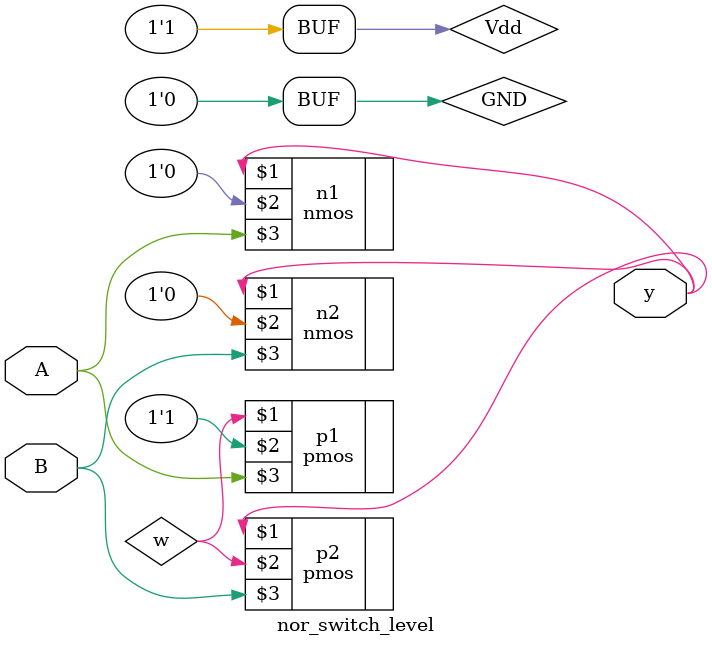
<source format=v>
`timescale 1ns / 1ps

module nor_switch_level(output y, input A, B);
 wire w;

  supply1 Vdd;  
  supply0 GND; 

  
  pmos p1(w, Vdd, A);  
  pmos p2(y, w, B);    
  nmos n1(y, GND, A);  
  nmos n2(y, GND, B); 

endmodule

</source>
